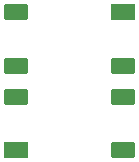
<source format=gbp>
G04 #@! TF.GenerationSoftware,KiCad,Pcbnew,8.0.4*
G04 #@! TF.CreationDate,2025-04-22T11:47:14+02:00*
G04 #@! TF.ProjectId,MarvinProjekt,4d617276-696e-4507-926f-6a656b742e6b,rev?*
G04 #@! TF.SameCoordinates,Original*
G04 #@! TF.FileFunction,Paste,Bot*
G04 #@! TF.FilePolarity,Positive*
%FSLAX46Y46*%
G04 Gerber Fmt 4.6, Leading zero omitted, Abs format (unit mm)*
G04 Created by KiCad (PCBNEW 8.0.4) date 2025-04-22 11:47:14*
%MOMM*%
%LPD*%
G01*
G04 APERTURE LIST*
G04 Aperture macros list*
%AMRoundRect*
0 Rectangle with rounded corners*
0 $1 Rounding radius*
0 $2 $3 $4 $5 $6 $7 $8 $9 X,Y pos of 4 corners*
0 Add a 4 corners polygon primitive as box body*
4,1,4,$2,$3,$4,$5,$6,$7,$8,$9,$2,$3,0*
0 Add four circle primitives for the rounded corners*
1,1,$1+$1,$2,$3*
1,1,$1+$1,$4,$5*
1,1,$1+$1,$6,$7*
1,1,$1+$1,$8,$9*
0 Add four rect primitives between the rounded corners*
20,1,$1+$1,$2,$3,$4,$5,0*
20,1,$1+$1,$4,$5,$6,$7,0*
20,1,$1+$1,$6,$7,$8,$9,0*
20,1,$1+$1,$8,$9,$2,$3,0*%
G04 Aperture macros list end*
%ADD10RoundRect,0.250000X0.800000X0.450000X-0.800000X0.450000X-0.800000X-0.450000X0.800000X-0.450000X0*%
%ADD11R,2.100000X1.400000*%
%ADD12RoundRect,0.250000X-0.800000X-0.450000X0.800000X-0.450000X0.800000X0.450000X-0.800000X0.450000X0*%
G04 APERTURE END LIST*
D10*
G04 #@! TO.C,SW9*
X98250000Y-110729456D03*
X98250000Y-115229456D03*
X107350000Y-115229456D03*
D11*
X107350000Y-110729456D03*
G04 #@! TD*
D12*
G04 #@! TO.C,SW8*
X107350000Y-122370544D03*
X107350000Y-117870544D03*
X98250000Y-117870544D03*
D11*
X98250000Y-122370544D03*
G04 #@! TD*
M02*

</source>
